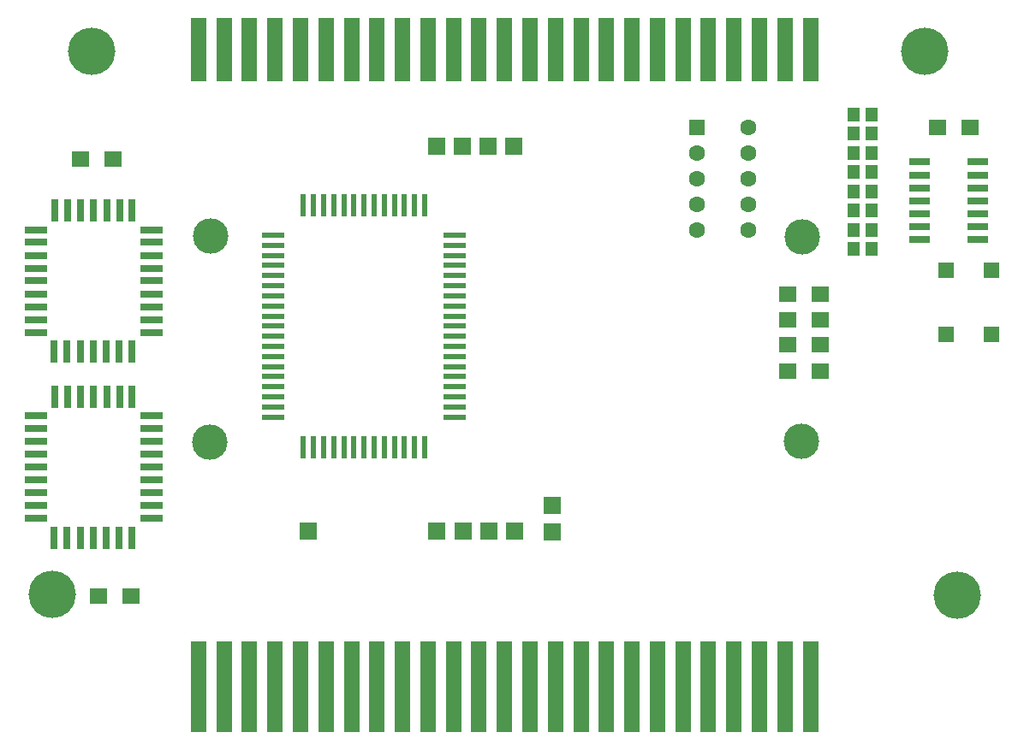
<source format=gbr>
%TF.GenerationSoftware,KiCad,Pcbnew,(6.0.2)*%
%TF.CreationDate,2022-10-22T23:08:43-05:00*%
%TF.ProjectId,REF1220,52454631-3232-4302-9e6b-696361645f70,rev?*%
%TF.SameCoordinates,Original*%
%TF.FileFunction,Soldermask,Top*%
%TF.FilePolarity,Negative*%
%FSLAX46Y46*%
G04 Gerber Fmt 4.6, Leading zero omitted, Abs format (unit mm)*
G04 Created by KiCad (PCBNEW (6.0.2)) date 2022-10-22 23:08:43*
%MOMM*%
%LPD*%
G01*
G04 APERTURE LIST*
%ADD10R,1.700000X1.700000*%
%ADD11R,1.710000X1.630000*%
%ADD12R,2.250000X0.600000*%
%ADD13R,0.600000X2.250000*%
%ADD14R,1.310000X1.390000*%
%ADD15C,4.680000*%
%ADD16R,2.000000X0.700000*%
%ADD17C,3.500000*%
%ADD18R,1.590000X1.590000*%
%ADD19R,1.600000X1.600000*%
%ADD20C,1.600000*%
%ADD21R,0.700000X2.270000*%
%ADD22R,2.270000X0.700000*%
%ADD23R,1.530000X6.250000*%
%ADD24R,1.700000X1.630000*%
%ADD25R,1.530000X9.000000*%
G04 APERTURE END LIST*
D10*
%TO.C,J1*%
X142682000Y-75656000D03*
X145259000Y-75656000D03*
X147760000Y-75656000D03*
X150339000Y-75656000D03*
X129979000Y-113754000D03*
X142679000Y-113756000D03*
X145342000Y-113756000D03*
X147842000Y-113756000D03*
X150379000Y-113756000D03*
X154151000Y-113796000D03*
X154150000Y-111253000D03*
%TD*%
D11*
%TO.C,R4*%
X177386000Y-97922400D03*
X180613000Y-97929400D03*
%TD*%
D12*
%TO.C,U3*%
X144517000Y-102462000D03*
X144517000Y-101462000D03*
X144517000Y-100462000D03*
X144517000Y-99462000D03*
X144517000Y-98462000D03*
X144517000Y-97462000D03*
X144517000Y-96462000D03*
X144517000Y-95462000D03*
X144517000Y-94462000D03*
X144517000Y-93462000D03*
X144517000Y-92462000D03*
X144517000Y-91462000D03*
X144517000Y-90462000D03*
X144517000Y-89462000D03*
X144517000Y-88462000D03*
X144517000Y-87462000D03*
X144517000Y-86462000D03*
X144517000Y-85462000D03*
X144517000Y-84462000D03*
D13*
X141517000Y-81462000D03*
X140517000Y-81462000D03*
X139517000Y-81462000D03*
X138517000Y-81462000D03*
X137517000Y-81462000D03*
X136517000Y-81462000D03*
X135517000Y-81462000D03*
X134517000Y-81462000D03*
X133517000Y-81462000D03*
X132517000Y-81462000D03*
X131517000Y-81462000D03*
X130517000Y-81462000D03*
X129517000Y-81462000D03*
D12*
X126517000Y-84462000D03*
X126517000Y-85462000D03*
X126517000Y-86462000D03*
X126517000Y-87462000D03*
X126517000Y-88462000D03*
X126517000Y-89462000D03*
X126517000Y-90462000D03*
X126517000Y-91462000D03*
X126517000Y-92462000D03*
X126517000Y-93462000D03*
X126517000Y-94462000D03*
X126517000Y-95462000D03*
X126517000Y-96462000D03*
X126517000Y-97462000D03*
X126517000Y-98462000D03*
X126517000Y-99462000D03*
X126517000Y-100462000D03*
X126517000Y-101462000D03*
X126517000Y-102462000D03*
D13*
X129517000Y-105462000D03*
X130517000Y-105462000D03*
X131517000Y-105462000D03*
X132517000Y-105462000D03*
X133517000Y-105462000D03*
X134517000Y-105462000D03*
X135517000Y-105462000D03*
X136517000Y-105462000D03*
X137517000Y-105462000D03*
X138517000Y-105462000D03*
X139517000Y-105462000D03*
X140517000Y-105462000D03*
X141517000Y-105462000D03*
%TD*%
D14*
%TO.C,R10*%
X183911000Y-82027000D03*
X185697000Y-82028000D03*
%TD*%
D15*
%TO.C,Hole2*%
X104697000Y-120032300D03*
%TD*%
D16*
%TO.C,U5*%
X196201000Y-84882000D03*
X196200000Y-83615000D03*
X196206000Y-82301000D03*
X196199000Y-81075000D03*
X196199000Y-79764000D03*
X196200000Y-78492000D03*
X196198000Y-77182000D03*
X190485000Y-77180000D03*
X190485000Y-78491000D03*
X190487000Y-79761000D03*
X190483000Y-81073000D03*
X190484000Y-82299000D03*
X190485000Y-83607000D03*
X190485000Y-84879000D03*
%TD*%
D14*
%TO.C,R8*%
X183911000Y-78217000D03*
X185697000Y-78218000D03*
%TD*%
%TO.C,R11*%
X183911000Y-83970000D03*
X185697000Y-83971000D03*
%TD*%
D17*
%TO.C,Hole6*%
X120256000Y-104908000D03*
%TD*%
D18*
%TO.C,SW1*%
X193071500Y-94269500D03*
X193111500Y-87919500D03*
X197557500Y-94272500D03*
X197596500Y-87920500D03*
%TD*%
D14*
%TO.C,R5*%
X183911000Y-72503000D03*
X185697000Y-72504000D03*
%TD*%
D19*
%TO.C,U6*%
X168401500Y-73791500D03*
D20*
X168401500Y-76331500D03*
X168401500Y-78871500D03*
X168401500Y-81411500D03*
X168401500Y-83951500D03*
X173481500Y-83951500D03*
X173481500Y-81411500D03*
X173481500Y-78871500D03*
X173481500Y-76331500D03*
X173481500Y-73791500D03*
%TD*%
D15*
%TO.C,Hole4*%
X194154000Y-120077300D03*
%TD*%
D21*
%TO.C,U1*%
X108780500Y-82037000D03*
X107511500Y-82038000D03*
X106201500Y-82039000D03*
X104931500Y-82039000D03*
D22*
X103068500Y-83944000D03*
X103065500Y-85174000D03*
X103067500Y-86481000D03*
X103066500Y-87752000D03*
X103064500Y-88984000D03*
X103067500Y-90295000D03*
X103066500Y-91563000D03*
X103066500Y-92834000D03*
X103066500Y-94102000D03*
D21*
X104891500Y-96008000D03*
X106161500Y-96007000D03*
X107471500Y-96009000D03*
X108742500Y-96011000D03*
X110053500Y-96008000D03*
X111319500Y-96011000D03*
X112550500Y-96009000D03*
D22*
X114496500Y-94103000D03*
X114496500Y-92831000D03*
X114497500Y-91563000D03*
X114496500Y-90292000D03*
X114495500Y-88985000D03*
X114496500Y-87753000D03*
X114493500Y-86484000D03*
X114496500Y-85172000D03*
X114497500Y-83941000D03*
D21*
X112592500Y-82037000D03*
X111361500Y-82040000D03*
X110090500Y-82039000D03*
%TD*%
D23*
%TO.C,J2*%
X119142000Y-66088000D03*
X121660000Y-66088000D03*
X124185000Y-66088000D03*
X126712000Y-66088000D03*
X129231000Y-66088000D03*
X131750000Y-66088000D03*
X134273000Y-66088000D03*
X136792000Y-66088000D03*
X139311000Y-66088000D03*
X141839000Y-66088000D03*
X144364000Y-66088000D03*
X146885000Y-66088000D03*
X149409000Y-66088000D03*
X151929000Y-66088000D03*
X154449000Y-66088000D03*
X156968000Y-66088000D03*
X159486000Y-66088000D03*
X162010000Y-66088000D03*
X164536000Y-66088000D03*
X167054000Y-66088000D03*
X169574000Y-66088000D03*
X172093000Y-66088000D03*
X174623000Y-66088000D03*
X177149000Y-66088000D03*
X179668000Y-66088000D03*
%TD*%
D21*
%TO.C,U2*%
X108780500Y-100455000D03*
X107511500Y-100456000D03*
X106201500Y-100457000D03*
X104931500Y-100457000D03*
D22*
X103068500Y-102362000D03*
X103065500Y-103592000D03*
X103067500Y-104899000D03*
X103066500Y-106170000D03*
X103064500Y-107402000D03*
X103067500Y-108713000D03*
X103066500Y-109981000D03*
X103066500Y-111252000D03*
X103066500Y-112520000D03*
D21*
X104891500Y-114426000D03*
X106161500Y-114425000D03*
X107471500Y-114427000D03*
X108742500Y-114429000D03*
X110053500Y-114426000D03*
X111319500Y-114429000D03*
X112550500Y-114427000D03*
D22*
X114496500Y-112521000D03*
X114496500Y-111249000D03*
X114497500Y-109981000D03*
X114496500Y-108710000D03*
X114495500Y-107403000D03*
X114496500Y-106171000D03*
X114493500Y-104902000D03*
X114496500Y-103590000D03*
X114497500Y-102359000D03*
D21*
X112592500Y-100455000D03*
X111361500Y-100458000D03*
X110090500Y-100457000D03*
%TD*%
D24*
%TO.C,C3*%
X192261400Y-73749100D03*
X195479400Y-73749100D03*
%TD*%
D14*
%TO.C,R7*%
X183911000Y-76309000D03*
X185697000Y-76310000D03*
%TD*%
D17*
%TO.C,Hole7*%
X178826000Y-84596000D03*
%TD*%
D24*
%TO.C,C2*%
X109280400Y-120206600D03*
X112498400Y-120206600D03*
%TD*%
D11*
%TO.C,R3*%
X177386000Y-95300400D03*
X180613000Y-95307400D03*
%TD*%
D24*
%TO.C,C1*%
X107475400Y-76925600D03*
X110693400Y-76925600D03*
%TD*%
D14*
%TO.C,R9*%
X183911000Y-80120000D03*
X185697000Y-80121000D03*
%TD*%
%TO.C,R6*%
X183911000Y-74408000D03*
X185697000Y-74409000D03*
%TD*%
D11*
%TO.C,R1*%
X177386000Y-90288400D03*
X180613000Y-90295400D03*
%TD*%
%TO.C,R2*%
X177386000Y-92850400D03*
X180613000Y-92857400D03*
%TD*%
D17*
%TO.C,Hole8*%
X178755600Y-104875000D03*
%TD*%
D15*
%TO.C,Hole3*%
X190979000Y-66259300D03*
%TD*%
D25*
%TO.C,J4*%
X119142000Y-129159000D03*
X121660000Y-129159000D03*
X124185000Y-129159000D03*
X126712000Y-129159000D03*
X129231000Y-129159000D03*
X131750000Y-129159000D03*
X134273000Y-129159000D03*
X136792000Y-129159000D03*
X139311000Y-129159000D03*
X141839000Y-129159000D03*
X144364000Y-129159000D03*
X146885000Y-129159000D03*
X149409000Y-129159000D03*
X151929000Y-129159000D03*
X154449000Y-129159000D03*
X156968000Y-129159000D03*
X159486000Y-129159000D03*
X162010000Y-129159000D03*
X164536000Y-129159000D03*
X167054000Y-129159000D03*
X169574000Y-129159000D03*
X172093000Y-129159000D03*
X174623000Y-129159000D03*
X177149000Y-129159000D03*
X179668000Y-129159000D03*
%TD*%
D17*
%TO.C,Hole5*%
X120337000Y-84555000D03*
%TD*%
D15*
%TO.C,Hole1*%
X108548000Y-66220300D03*
%TD*%
D14*
%TO.C,R12*%
X183911000Y-85841000D03*
X185697000Y-85842000D03*
%TD*%
M02*

</source>
